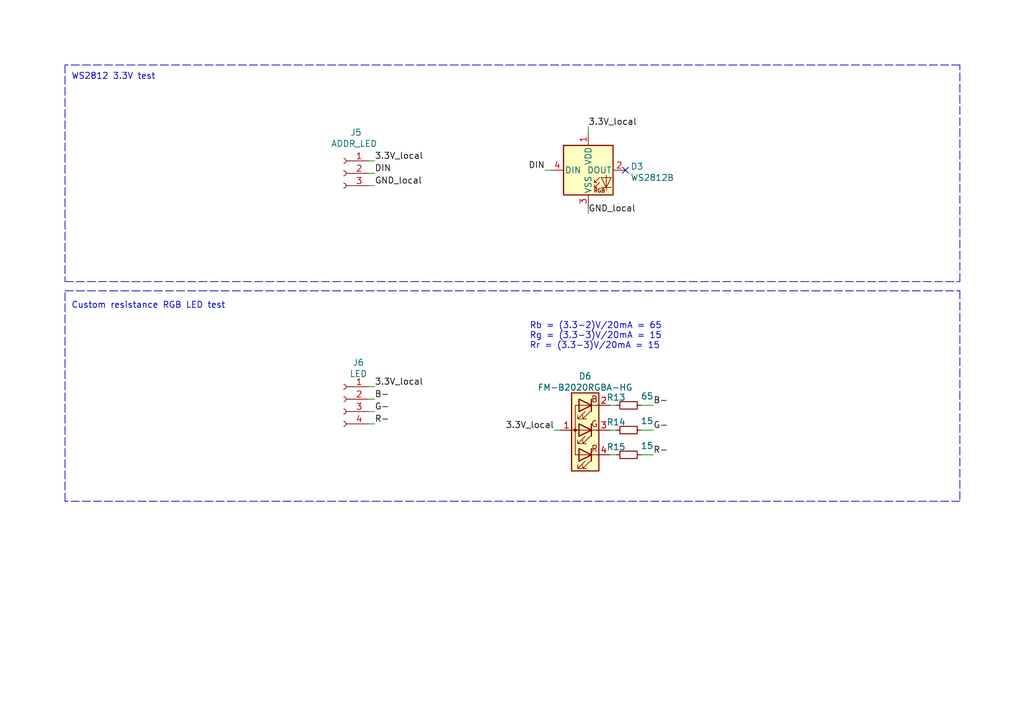
<source format=kicad_sch>
(kicad_sch (version 20210406) (generator eeschema)
  (paper "A5")
  (lib_symbols
    (symbol "Connector:Conn_01x03_Female" (pin_names (offset 1.016) hide)
      (property "Reference" "J" (at 0 5.08 0))
      (property "Value" "Conn_01x03_Female" (at 0 -5.08 0))
      (symbol "Conn_01x03_Female_1_1"
        (arc (start 0 -2.032) (end 0 -3.048) (radius (at 0 -2.54) (length 0.508) (angles 90.1 -90.1)) (stroke (width 0.1524)))
        (arc (start 0 0.508) (end 0 -0.508) (radius (at 0 0) (length 0.508) (angles 90.1 -90.1)) (stroke (width 0.1524)))
        (arc (start 0 3.048) (end 0 2.032) (radius (at 0 2.54) (length 0.508) (angles 90.1 -90.1)) (stroke (width 0.1524)))
        (polyline (pts (xy -1.27 -2.54) (xy -0.508 -2.54)) (stroke (width 0.1524)))
        (polyline (pts (xy -1.27 0) (xy -0.508 0)) (stroke (width 0.1524)))
        (polyline (pts (xy -1.27 2.54) (xy -0.508 2.54)) (stroke (width 0.1524)))
        (pin passive line (at -5.08 2.54 0) (length 3.81) (name "Pin_1") (number "1"))
        (pin passive line (at -5.08 0 0) (length 3.81) (name "Pin_2") (number "2"))
        (pin passive line (at -5.08 -2.54 0) (length 3.81) (name "Pin_3") (number "3"))
      )
    )
    (symbol "Connector:Conn_01x04_Female" (pin_names (offset 1.016) hide)
      (property "Reference" "J" (at 0 5.08 0))
      (property "Value" "Conn_01x04_Female" (at 0 -7.62 0))
      (symbol "Conn_01x04_Female_1_1"
        (arc (start 0 -4.572) (end 0 -5.588) (radius (at 0 -5.08) (length 0.508) (angles 90.1 -90.1)) (stroke (width 0.1524)))
        (arc (start 0 -2.032) (end 0 -3.048) (radius (at 0 -2.54) (length 0.508) (angles 90.1 -90.1)) (stroke (width 0.1524)))
        (arc (start 0 0.508) (end 0 -0.508) (radius (at 0 0) (length 0.508) (angles 90.1 -90.1)) (stroke (width 0.1524)))
        (arc (start 0 3.048) (end 0 2.032) (radius (at 0 2.54) (length 0.508) (angles 90.1 -90.1)) (stroke (width 0.1524)))
        (polyline (pts (xy -1.27 -5.08) (xy -0.508 -5.08)) (stroke (width 0.1524)))
        (polyline (pts (xy -1.27 -2.54) (xy -0.508 -2.54)) (stroke (width 0.1524)))
        (polyline (pts (xy -1.27 0) (xy -0.508 0)) (stroke (width 0.1524)))
        (polyline (pts (xy -1.27 2.54) (xy -0.508 2.54)) (stroke (width 0.1524)))
        (pin passive line (at -5.08 2.54 0) (length 3.81) (name "Pin_1") (number "1"))
        (pin passive line (at -5.08 0 0) (length 3.81) (name "Pin_2") (number "2"))
        (pin passive line (at -5.08 -2.54 0) (length 3.81) (name "Pin_3") (number "3"))
        (pin passive line (at -5.08 -5.08 0) (length 3.81) (name "Pin_4") (number "4"))
      )
    )
    (symbol "Device:LED_ABGR" (pin_names (offset 0) hide)
      (property "Reference" "D" (at 0 9.398 0))
      (property "Value" "LED_ABGR" (at 0 -8.89 0))
      (symbol "LED_ABGR_0_0"
        (text "B" (at -1.905 -6.35 0) (effects (font (size 1.27 1.27))))
        (text "G" (at -1.905 -1.27 0) (effects (font (size 1.27 1.27))))
        (text "R" (at -1.905 3.81 0) (effects (font (size 1.27 1.27))))
      )
      (symbol "LED_ABGR_0_1"
        (circle (center 2.032 0) (radius 0.254) (fill (type outline)))
        (rectangle (start 1.27 -1.27) (end 1.27 1.27))
        (rectangle (start 1.27 1.27) (end 1.27 1.27))
        (rectangle (start 1.27 3.81) (end 1.27 6.35))
        (rectangle (start 1.27 6.35) (end 1.27 6.35))
        (rectangle (start 2.794 8.382) (end -2.794 -7.62) (stroke (width 0.254)) (fill (type background)))
        (polyline (pts (xy -1.27 -5.08) (xy -2.54 -5.08)))
        (polyline (pts (xy -1.27 -5.08) (xy 1.27 -5.08)))
        (polyline (pts (xy -1.27 -3.81) (xy -1.27 -6.35)) (stroke (width 0.254)))
        (polyline (pts (xy -1.27 0) (xy -2.54 0)))
        (polyline (pts (xy -1.27 1.27) (xy -1.27 -1.27)) (stroke (width 0.254)))
        (polyline (pts (xy -1.27 5.08) (xy -2.54 5.08)))
        (polyline (pts (xy -1.27 5.08) (xy 1.27 5.08)))
        (polyline (pts (xy -1.27 6.35) (xy -1.27 3.81)) (stroke (width 0.254)))
        (polyline (pts (xy 1.27 0) (xy -1.27 0)))
        (polyline (pts (xy 1.27 0) (xy 2.54 0)))
        (polyline (pts (xy -1.27 1.27) (xy -1.27 -1.27) (xy -1.27 -1.27)))
        (polyline (pts (xy -1.27 6.35) (xy -1.27 3.81) (xy -1.27 3.81)))
        (polyline (pts (xy 1.27 -5.08) (xy 2.032 -5.08) (xy 2.032 5.08) (xy 1.27 5.08)))
        (polyline (pts (xy 1.27 -3.81) (xy 1.27 -6.35) (xy -1.27 -5.08) (xy 1.27 -3.81)) (stroke (width 0.254)))
        (polyline (pts (xy 1.27 1.27) (xy 1.27 -1.27) (xy -1.27 0) (xy 1.27 1.27)) (stroke (width 0.254)))
        (polyline (pts (xy 1.27 6.35) (xy 1.27 3.81) (xy -1.27 5.08) (xy 1.27 6.35)) (stroke (width 0.254)))
        (polyline (pts (xy -1.016 -3.81) (xy 0.508 -2.286) (xy -0.254 -2.286) (xy 0.508 -2.286) (xy 0.508 -3.048)))
        (polyline (pts (xy -1.016 1.27) (xy 0.508 2.794) (xy -0.254 2.794) (xy 0.508 2.794) (xy 0.508 2.032)))
        (polyline (pts (xy -1.016 6.35) (xy 0.508 7.874) (xy -0.254 7.874) (xy 0.508 7.874) (xy 0.508 7.112)))
        (polyline (pts (xy 0 -3.81) (xy 1.524 -2.286) (xy 0.762 -2.286) (xy 1.524 -2.286) (xy 1.524 -3.048)))
        (polyline (pts (xy 0 1.27) (xy 1.524 2.794) (xy 0.762 2.794) (xy 1.524 2.794) (xy 1.524 2.032)))
        (polyline (pts (xy 0 6.35) (xy 1.524 7.874) (xy 0.762 7.874) (xy 1.524 7.874) (xy 1.524 7.112)))
      )
      (symbol "LED_ABGR_1_1"
        (pin passive line (at 5.08 0 180) (length 2.54) (name "A") (number "1"))
        (pin passive line (at -5.08 -5.08 0) (length 2.54) (name "BK") (number "2"))
        (pin passive line (at -5.08 0 0) (length 2.54) (name "GK") (number "3"))
        (pin passive line (at -5.08 5.08 0) (length 2.54) (name "RK") (number "4"))
      )
    )
    (symbol "Device:R_Small" (pin_numbers hide) (pin_names (offset 0.254) hide)
      (property "Reference" "R" (at 0.762 0.508 0))
      (property "Value" "R_Small" (at 0.762 -1.016 0))
      (symbol "R_Small_0_1"
        (rectangle (start -0.762 1.778) (end 0.762 -1.778) (stroke (width 0.2032)))
      )
      (symbol "R_Small_1_1"
        (pin passive line (at 0 2.54 270) (length 0.762) (name "~") (number "1"))
        (pin passive line (at 0 -2.54 90) (length 0.762) (name "~") (number "2"))
      )
    )
    (symbol "LED:WS2812B" (pin_names (offset 0.254))
      (property "Reference" "D" (at 5.08 5.715 0))
      (property "Value" "WS2812B" (at 1.27 -5.715 0))
      (symbol "WS2812B_0_0"
        (text "RGB" (at 2.286 -4.191 0) (effects (font (size 0.762 0.762))))
      )
      (symbol "WS2812B_0_1"
        (rectangle (start 5.08 5.08) (end -5.08 -5.08) (stroke (width 0.254)) (fill (type background)))
        (polyline (pts (xy 1.27 -3.556) (xy 1.778 -3.556)))
        (polyline (pts (xy 1.27 -2.54) (xy 1.778 -2.54)))
        (polyline (pts (xy 4.699 -3.556) (xy 2.667 -3.556)))
        (polyline (pts (xy 2.286 -2.54) (xy 1.27 -3.556) (xy 1.27 -3.048)))
        (polyline (pts (xy 2.286 -1.524) (xy 1.27 -2.54) (xy 1.27 -2.032)))
        (polyline (pts (xy 3.683 -1.016) (xy 3.683 -3.556) (xy 3.683 -4.064)))
        (polyline (pts (xy 4.699 -1.524) (xy 2.667 -1.524) (xy 3.683 -3.556) (xy 4.699 -1.524)))
      )
      (symbol "WS2812B_1_1"
        (pin power_in line (at 0 7.62 270) (length 2.54) (name "VDD") (number "1"))
        (pin output line (at 7.62 0 180) (length 2.54) (name "DOUT") (number "2"))
        (pin power_in line (at 0 -7.62 90) (length 2.54) (name "VSS") (number "3"))
        (pin input line (at -7.62 0 0) (length 2.54) (name "DIN") (number "4"))
      )
    )
  )
  (no_connect (at 128.27 34.925))
  (wire (pts (xy 75.565 79.375) (xy 76.835 79.375)))
  (wire (pts (xy 75.565 81.915) (xy 76.835 81.915)))
  (wire (pts (xy 75.565 84.455) (xy 76.835 84.455)))
  (wire (pts (xy 75.565 86.995) (xy 76.835 86.995)))
  (wire (pts (xy 76.835 33.02) (xy 75.565 33.02)))
  (wire (pts (xy 76.835 35.56) (xy 75.565 35.56)))
  (wire (pts (xy 76.835 38.1) (xy 75.565 38.1)))
  (wire (pts (xy 111.76 34.925) (xy 113.03 34.925)))
  (wire (pts (xy 113.665 88.265) (xy 114.935 88.265)))
  (wire (pts (xy 120.65 26.035) (xy 120.65 27.305)))
  (wire (pts (xy 120.65 42.545) (xy 120.65 43.815)))
  (wire (pts (xy 125.095 83.185) (xy 126.365 83.185)))
  (wire (pts (xy 125.095 88.265) (xy 126.365 88.265)))
  (wire (pts (xy 125.095 93.345) (xy 126.365 93.345)))
  (wire (pts (xy 131.445 83.185) (xy 133.985 83.185)))
  (wire (pts (xy 131.445 88.265) (xy 133.985 88.265)))
  (wire (pts (xy 131.445 93.345) (xy 133.985 93.345)))
  (polyline (pts (xy 13.335 13.335) (xy 13.335 57.785)) (stroke (width 0) (type dash)))
  (polyline (pts (xy 13.335 57.785) (xy 196.85 57.785)) (stroke (width 0) (type dash)))
  (polyline (pts (xy 13.335 59.69) (xy 196.85 59.69)) (stroke (width 0) (type dash)))
  (polyline (pts (xy 13.335 102.87) (xy 13.335 59.69)) (stroke (width 0) (type dash)))
  (polyline (pts (xy 196.85 13.335) (xy 13.335 13.335)) (stroke (width 0) (type dash)))
  (polyline (pts (xy 196.85 57.785) (xy 196.85 13.335)) (stroke (width 0) (type dash)))
  (polyline (pts (xy 196.85 59.69) (xy 196.85 102.87)) (stroke (width 0) (type dash)))
  (polyline (pts (xy 196.85 102.87) (xy 13.335 102.87)) (stroke (width 0) (type dash)))
  (text "WS2812 3.3V test" (at 14.605 16.51 0) (effects (font (size 1.27 1.27)) (justify left bottom)))
  (text "Custom resistance RGB LED test" (at 14.605 63.5 0) (effects (font (size 1.27 1.27)) (justify left bottom)))
  (text "Rb = (3.3-2)V/20mA = 65\nRg = (3.3-3)V/20mA = 15\nRr = (3.3-3)V/20mA = 15" (at 108.585 71.755 0) (effects (font (size 1.27 1.27)) (justify left bottom)))
  (label "3.3V_local" (at 76.835 33.02 0))
  (label "DIN" (at 76.835 35.56 0))
  (label "GND_local" (at 76.835 38.1 0))
  (label "3.3V_local" (at 76.835 79.375 0))
  (label "B-" (at 76.835 81.915 0))
  (label "G-" (at 76.835 84.455 0))
  (label "R-" (at 76.835 86.995 0))
  (label "DIN" (at 111.76 34.925 180))
  (label "3.3V_local" (at 113.665 88.265 180))
  (label "3.3V_local" (at 120.65 26.035 0))
  (label "GND_local" (at 120.65 43.815 0))
  (label "B-" (at 133.985 83.185 0))
  (label "G-" (at 133.985 88.265 0))
  (label "R-" (at 133.985 93.345 0))
  (symbol (lib_id "Device:R_Small") (at 128.905 83.185 90) (unit 1)
    (property "Reference" "R13" (at 126.365 81.5552 90))
    (property "Value" "65" (at 132.715 81.3139 90))
    (property "Footprint" "Resistor_SMD:R_0603_1608Metric" (effects hide))
    (property "LCSC Part" "C23032" (effects hide))
  )
  (symbol (lib_id "Device:R_Small") (at 128.905 88.265 90) (unit 1)
    (property "Reference" "R14" (at 126.365 86.6352 90))
    (property "Value" "15" (at 132.715 86.3939 90))
    (property "Footprint" "Resistor_SMD:R_0603_1608Metric" (effects hide))
  )
  (symbol (lib_id "Device:R_Small") (at 128.905 93.345 90) (unit 1)
    (property "Reference" "R15" (at 126.365 91.7152 90))
    (property "Value" "15" (at 132.715 91.4739 90))
    (property "Footprint" "Resistor_SMD:R_0603_1608Metric" (effects hide))
    (property "LCSC Part" "C22810" (effects hide))
  )
  (symbol (lib_id "Connector:Conn_01x03_Female") (at 70.485 35.56 0) (mirror y) (unit 1)
    (property "Reference" "J5" (at 74.2187 27.1791 0) (effects (justify left)))
    (property "Value" "ADDR_LED" (at 77.3937 29.4778 0) (effects (justify left)))
    (property "Footprint" "Connector_PinSocket_2.54mm:PinSocket_1x03_P2.54mm_Vertical" (effects hide))
  )
  (symbol (lib_id "Connector:Conn_01x04_Female") (at 70.485 81.915 0) (mirror y) (unit 1)
    (property "Reference" "J6" (at 73.5076 74.4178 0))
    (property "Value" "LED" (at 73.5076 76.7165 0))
    (property "Footprint" "Connector_PinHeader_2.54mm:PinHeader_1x04_P2.54mm_Vertical" (effects hide))
  )
  (symbol (lib_id "Device:LED_ABGR") (at 120.015 88.265 180) (unit 1)
    (property "Reference" "D6" (at 120.015 77.2118 0))
    (property "Value" "FM-B2020RGBA-HG" (at 120.015 79.5105 0))
    (property "Footprint" "LED_SMD:LED_SK6805_PLCC4_2.4x2.7mm_P1.3mm" (effects hide))
    (property "LCSC Part" "C108793" (effects hide))
  )
  (symbol (lib_id "LED:WS2812B") (at 120.65 34.925 0) (unit 1)
    (property "Reference" "D3" (at 129.2861 34.1641 0) (effects (justify left)))
    (property "Value" "WS2812B" (at 129.2861 36.4628 0) (effects (justify left)))
    (property "Footprint" "custom:WS2812B_2020" (effects hide))
    (property "Datasheet" "https://cdn-shop.adafruit.com/datasheets/WS2812B.pdf" (effects hide))
    (property "LCSC Part" "C965555" (effects hide))
  )
)
</source>
